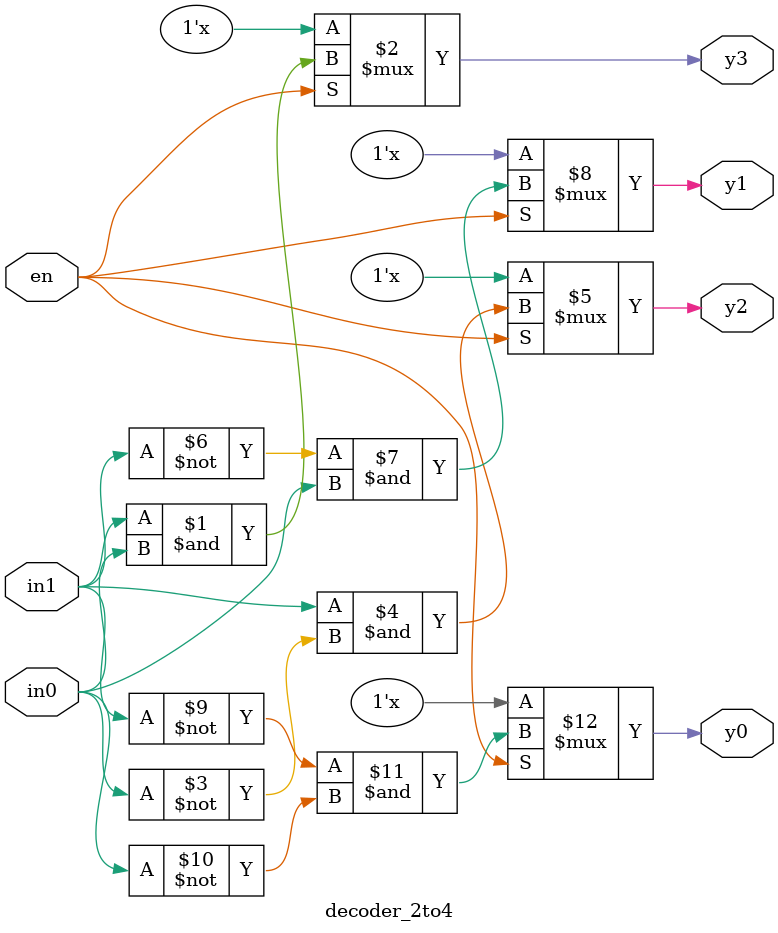
<source format=v>
/******************************************************************************************************************

This source code is a work of its author. No part of it should be copied and pasted for any commercial purpose. 
This code is purely for educational purposes. If required, this code can be cloned from GitHub repository.

Filename	: decoder_2to4.v

Description	: 2 to 4 Decoder Design

Author Name	: Deep Kar Sarkar

Version		: 1.0

*******************************************************************************************************************/

module decoder_2to4(en, in1, in0, y3, y2, y1, y0);

	//Defining the input and output ports
	input en, in1, in0;
	output y3, y2, y1, y0;
	
	//Assigning the output ports with the required logic
	assign y3 = en ? in1 & in0 : 1'bz;
	assign y2 = en ? in1 & ~in0 : 1'bz;
	assign y1 = en ? ~in1 & in0 : 1'bz;
	assign y0 = en ? ~in1 & ~in0 : 1'bz;

endmodule

</source>
